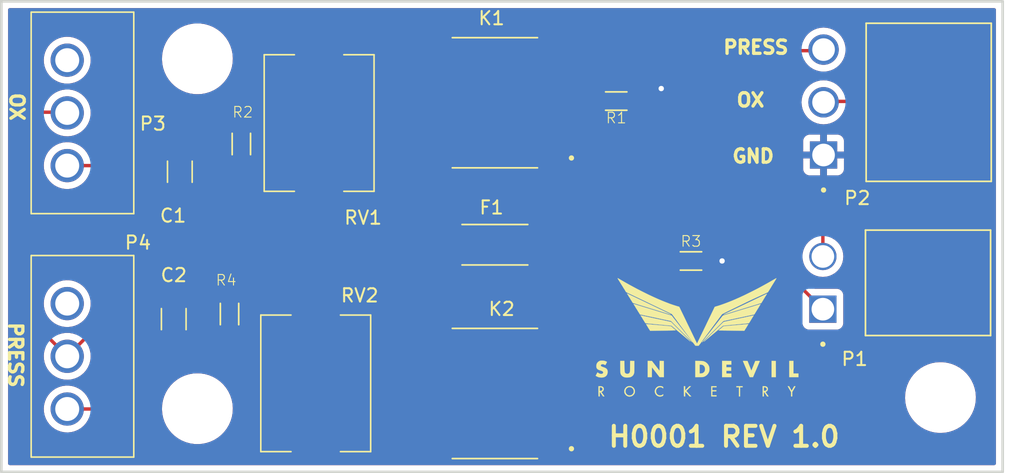
<source format=kicad_pcb>
(kicad_pcb (version 20211014) (generator pcbnew)
  (layers (0 "F.Cu" signal) (31 "B.Cu" signal) (34 "B.Paste" user) (35 "F.Paste" user) (36 "B.SilkS" user "B.Silkscreen") (37 "F.SilkS" user "F.Silkscreen") (38 "B.Mask" user) (39 "F.Mask" user) (44 "Edge.Cuts" user))
  (net 0 "")
  (net 1 "Net-(C1-Pad1)")
  (net 2 "Net-(C1-Pad2)")
  (net 3 "Net-(C2-Pad1)")
  (net 4 "Net-(C2-Pad2)")
  (net 5 "Net-(F1-Pad1)")
  (net 6 "AC_HOT")
  (net 8 "PRESS")
  (net 10 "Net-(K1-Pad4)")
  (net 12 "AC_NEU")
  (net 14 "OX")
  (net 16 "Net-(K2-Pad4)")
  (net 18 "Earth")
  (footprint "H0001-Solenoid-Driver:Logo" (layer "F.Cu") (at 145.225557 89.754605)
    (fp_text reference "LOGO1" hide)
    (fp_text value "Logo" hide)
  )
  (footprint "H0001-Solenoid-Driver:PV275K4032R2" (layer "F.Cu") (at 116.586 93.472 90)
    (fp_text reference "RV2" (at 6.604 3.302 180) (layer "F.SilkS"))
    (fp_text value "275V" hide)
    (pad "1" smd rect (at -4.4285 0 90) (size 1.8542 3.048) (layers "F.Cu" "F.Paste" "F.Mask") (net 3 "Net-(C2-Pad1)"))
    (pad "2" smd rect (at 4.4285 0 90) (size 1.8542 3.048) (layers "F.Cu" "F.Paste" "F.Mask") (net 12 "AC_NEU"))
  )
  (footprint "H0001-Solenoid-Driver:RES_0603" (layer "F.Cu") (at 139.164 72.263 180)
    (fp_text reference "R1" (at 0 -1.27) (layer "F.SilkS") (effects (font (size 0.8 0.8) (thickness 0.0762))))
    (fp_text value "180")
    (pad "1" smd rect (at -0.79 0 180) (size 0.94 1.02) (layers "F.Cu" "F.Paste" "F.Mask") (net 18 "Earth"))
    (pad "2" smd rect (at 0.79 0 180) (size 0.94 1.02) (layers "F.Cu" "F.Paste" "F.Mask") (net 10 "Net-(K1-Pad4)"))
  )
  (footprint "H0001-Solenoid-Driver:TE_647676-2" (layer "F.Cu") (at 154.6897 87.9001 90)
    (fp_text reference "P1" (at -3.7431 2.3839 180) (layer "F.SilkS"))
    (fp_text value "647676-2")
    (pad "1" thru_hole rect (at 0 0 90) (size 2.05 2.05) (drill 1.7) (layers *.Cu *.Mask) (net 12 "AC_NEU"))
    (pad "2" thru_hole circle (at 3.96 0 90) (size 2.05 2.05) (drill 1.7) (layers *.Cu *.Mask) (net 5 "Net-(F1-Pad1)"))
  )
  (footprint "H0001-Solenoid-Driver:CAP_1206" (layer "F.Cu") (at 106.3752 77.5716 90)
    (fp_text reference "C1" (at -3.302 -0.508) (layer "F.SilkS"))
    (fp_text value "0.1uF" hide)
    (pad "1" smd rect (at -1.527801 0 90) (size 0.8556 1.6) (layers "F.Cu" "F.Paste" "F.Mask") (net 1 "Net-(C1-Pad1)"))
    (pad "2" smd rect (at 1.527801 0 90) (size 0.8556 1.6) (layers "F.Cu" "F.Paste" "F.Mask") (net 2 "Net-(C1-Pad2)"))
  )
  (footprint "H0001-Solenoid-Driver:353130360" (layer "F.Cu") (at 97.915 91.44 90)
    (fp_text reference "P4" (at 8.5344 5.3106 180) (layer "F.SilkS"))
    (fp_text value "647676-3")
    (pad "1" thru_hole circle (at -3.96 0 90) (size 2.5 2.5) (drill 1.8) (layers *.Cu *.Mask) (net 3 "Net-(C2-Pad1)"))
    (pad "2" thru_hole circle (at 0 0 90) (size 2.5 2.5) (drill 1.8) (layers *.Cu *.Mask) (net 6 "AC_HOT"))
    (pad "3" thru_hole circle (at 3.96 0 90) (size 2.5 2.5) (drill 1.8) (layers *.Cu *.Mask))
  )
  (footprint "H0001-Solenoid-Driver:353130360" (layer "F.Cu") (at 97.915 73.152 90)
    (fp_text reference "P3" (at -0.8128 6.4282 180) (layer "F.SilkS"))
    (fp_text value "647676-3")
    (pad "1" thru_hole circle (at -3.96 0 90) (size 2.5 2.5) (drill 1.8) (layers *.Cu *.Mask) (net 1 "Net-(C1-Pad1)"))
    (pad "2" thru_hole circle (at 0 0 90) (size 2.5 2.5) (drill 1.8) (layers *.Cu *.Mask) (net 6 "AC_HOT"))
    (pad "3" thru_hole circle (at 3.96 0 90) (size 2.5 2.5) (drill 1.8) (layers *.Cu *.Mask))
  )
  (footprint "H0001-Solenoid-Driver:MountingHole_4.3mm_M4_DIN965" (layer "F.Cu") (at 107.696 69.088 90)
    (fp_text reference "H3" hide)
    (fp_text value "Mounting-Hole" hide)
    (pad "" np_thru_hole circle (at 0 0 90) (size 4.3 4.3) (drill 4.3) (layers *.Cu *.Mask))
  )
  (footprint "H0001-Solenoid-Driver:RELAY_AQH0223AX" (layer "F.Cu") (at 130.048 94.234 180)
    (fp_text reference "K2" (at -0.508 6.35) (layer "F.SilkS"))
    (fp_text value "AQH0223AX")
    (pad "1" smd rect (at -4.15 -3.81 180) (size 1.9 1.5) (layers "F.Cu" "F.Paste" "F.Mask"))
    (pad "2" smd rect (at -4.15 -1.27 180) (size 1.9 1.5) (layers "F.Cu" "F.Paste" "F.Mask") (net 14 "OX"))
    (pad "3" smd rect (at -4.15 1.27 180) (size 1.9 1.5) (layers "F.Cu" "F.Paste" "F.Mask"))
    (pad "4" smd rect (at -4.15 3.81 180) (size 1.9 1.5) (layers "F.Cu" "F.Paste" "F.Mask") (net 16 "Net-(K2-Pad4)"))
    (pad "5" smd rect (at 4.15 3.81 180) (size 1.9 1.5) (layers "F.Cu" "F.Paste" "F.Mask"))
    (pad "6" smd rect (at 4.15 1.27 180) (size 1.9 1.5) (layers "F.Cu" "F.Paste" "F.Mask") (net 12 "AC_NEU"))
    (pad "8" smd rect (at 4.15 -3.81 180) (size 1.9 1.5) (layers "F.Cu" "F.Paste" "F.Mask") (net 3 "Net-(C2-Pad1)"))
  )
  (footprint "H0001-Solenoid-Driver:RELAY_AQH0223AX" (layer "F.Cu") (at 130.048 72.39 180)
    (fp_text reference "K1" (at 0.254 6.35) (layer "F.SilkS"))
    (fp_text value "AQH0223AX")
    (pad "1" smd rect (at -4.15 -3.81 180) (size 1.9 1.5) (layers "F.Cu" "F.Paste" "F.Mask"))
    (pad "2" smd rect (at -4.15 -1.27 180) (size 1.9 1.5) (layers "F.Cu" "F.Paste" "F.Mask") (net 8 "PRESS"))
    (pad "3" smd rect (at -4.15 1.27 180) (size 1.9 1.5) (layers "F.Cu" "F.Paste" "F.Mask"))
    (pad "4" smd rect (at -4.15 3.81 180) (size 1.9 1.5) (layers "F.Cu" "F.Paste" "F.Mask") (net 10 "Net-(K1-Pad4)"))
    (pad "5" smd rect (at 4.15 3.81 180) (size 1.9 1.5) (layers "F.Cu" "F.Paste" "F.Mask"))
    (pad "6" smd rect (at 4.15 1.27 180) (size 1.9 1.5) (layers "F.Cu" "F.Paste" "F.Mask") (net 12 "AC_NEU"))
    (pad "8" smd rect (at 4.15 -3.81 180) (size 1.9 1.5) (layers "F.Cu" "F.Paste" "F.Mask") (net 1 "Net-(C1-Pad1)"))
  )
  (footprint "H0001-Solenoid-Driver:PV275K4032R2" (layer "F.Cu") (at 116.84 73.914 90)
    (fp_text reference "RV1" (at -7.112 3.302 180) (layer "F.SilkS"))
    (fp_text value "275V" hide)
    (pad "1" smd rect (at -4.4285 0 90) (size 1.8542 3.048) (layers "F.Cu" "F.Paste" "F.Mask") (net 1 "Net-(C1-Pad1)"))
    (pad "2" smd rect (at 4.4285 0 90) (size 1.8542 3.048) (layers "F.Cu" "F.Paste" "F.Mask") (net 12 "AC_NEU"))
  )
  (footprint "H0001-Solenoid-Driver:647676-3" (layer "F.Cu") (at 154.7405 76.3165 90)
    (fp_text reference "P2" (at -3.2363 2.5363 180) (layer "F.SilkS"))
    (fp_text value "647676-3")
    (pad "1" thru_hole rect (at 0 0 90) (size 2.05 2.05) (drill 1.7) (layers *.Cu *.Mask) (net 18 "Earth"))
    (pad "2" thru_hole circle (at 3.96 0 90) (size 2.286 2.286) (drill 1.7) (layers *.Cu *.Mask) (net 14 "OX"))
    (pad "3" thru_hole circle (at 7.92 0 90) (size 2.286 2.286) (drill 1.7) (layers *.Cu *.Mask) (net 8 "PRESS"))
  )
  (footprint "H0001-Solenoid-Driver:FUSC9830X318N" (layer "F.Cu") (at 130.048 83.058 180)
    (fp_text reference "F1" (at 0.254 2.794) (layer "F.SilkS") (effects (font (size 0.9906 0.9906))))
    (fp_text value "0678L9100-02")
    (pad "1" smd rect (at -4.047 0 180) (size 2.62 3.2) (layers "F.Cu" "F.Paste" "F.Mask") (net 5 "Net-(F1-Pad1)"))
    (pad "2" smd rect (at 4.047 0 180) (size 2.62 3.2) (layers "F.Cu" "F.Paste" "F.Mask") (net 6 "AC_HOT"))
  )
  (footprint "H0001-Solenoid-Driver:RES_0603" (layer "F.Cu") (at 144.78 84.2772 180)
    (fp_text reference "R3" (at 0 1.4732) (layer "F.SilkS") (effects (font (size 0.8 0.8) (thickness 0.0762))))
    (fp_text value "180")
    (pad "1" smd rect (at -0.79 0 180) (size 0.94 1.02) (layers "F.Cu" "F.Paste" "F.Mask") (net 18 "Earth"))
    (pad "2" smd rect (at 0.79 0 180) (size 0.94 1.02) (layers "F.Cu" "F.Paste" "F.Mask") (net 16 "Net-(K2-Pad4)"))
  )
  (footprint "H0001-Solenoid-Driver:RES_0603" (layer "F.Cu") (at 110.109 88.265 -90)
    (fp_text reference "R4" (at -2.54 0.254 180) (layer "F.SilkS") (effects (font (size 0.8 0.8) (thickness 0.0762))))
    (fp_text value "100")
    (pad "1" smd rect (at -0.79 0 270) (size 0.94 1.02) (layers "F.Cu" "F.Paste" "F.Mask") (net 12 "AC_NEU"))
    (pad "2" smd rect (at 0.79 0 270) (size 0.94 1.02) (layers "F.Cu" "F.Paste" "F.Mask") (net 4 "Net-(C2-Pad2)"))
  )
  (footprint "H0001-Solenoid-Driver:CAP_1206" (layer "F.Cu") (at 105.918 88.646 -90)
    (fp_text reference "C2" (at -3.302 0 180) (layer "F.SilkS"))
    (fp_text value "0.1uF" hide)
    (pad "1" smd rect (at -1.527801 0 270) (size 0.8556 1.6) (layers "F.Cu" "F.Paste" "F.Mask") (net 3 "Net-(C2-Pad1)"))
    (pad "2" smd rect (at 1.527801 0 270) (size 0.8556 1.6) (layers "F.Cu" "F.Paste" "F.Mask") (net 4 "Net-(C2-Pad2)"))
  )
  (footprint "H0001-Solenoid-Driver:MountingHole_4.3mm_M4_DIN965" (layer "F.Cu") (at 163.5252 94.5388)
    (fp_text reference "H1" hide)
    (fp_text value "Mounting-Hole" hide)
    (pad "" np_thru_hole circle (at 0 0) (size 4.3 4.3) (drill 4.3) (layers *.Cu *.Mask))
  )
  (footprint "H0001-Solenoid-Driver:RES_0603" (layer "F.Cu") (at 110.998 75.4888 -90)
    (fp_text reference "R2" (at -2.3876 -0.1016 180) (layer "F.SilkS") (effects (font (size 0.8 0.8) (thickness 0.0762))))
    (fp_text value "100")
    (pad "1" smd rect (at -0.79 0 270) (size 0.94 1.02) (layers "F.Cu" "F.Paste" "F.Mask") (net 12 "AC_NEU"))
    (pad "2" smd rect (at 0.79 0 270) (size 0.94 1.02) (layers "F.Cu" "F.Paste" "F.Mask") (net 2 "Net-(C1-Pad2)"))
  )
  (footprint "H0001-Solenoid-Driver:MountingHole_4.3mm_M4_DIN965" (layer "F.Cu") (at 107.696 95.377)
    (fp_text reference "H2" hide)
    (fp_text value "Mounting-Hole" hide)
    (pad "" np_thru_hole circle (at 0 0) (size 4.3 4.3) (drill 4.3) (layers *.Cu *.Mask))
  )
  (gr_rect (start 92.964 64.77) (end 168.1988 100.1268) (layer "Edge.Cuts") (width 0.2) (fill none))
  (gr_text "PRESS" (at 94.0308 91.3384 270) (layer "F.SilkS") (effects (font (size 1 1) (thickness 0.25))))
  (gr_text "OX" (at 94.1324 72.6948 270) (layer "F.SilkS") (effects (font (size 1 1) (thickness 0.25))))
  (gr_text "PRESS" (at 149.6568 68.2244) (layer "F.SilkS") (effects (font (size 1 1) (thickness 0.25))))
  (gr_text "GND\n" (at 149.4536 76.4032) (layer "F.SilkS") (effects (font (size 1 1) (thickness 0.25))))
  (gr_text "H0001 REV 1.0" (at 147.2692 97.4852) (layer "F.SilkS") (effects (font (size 1.5 1.5) (thickness 0.3))))
  (gr_text "OX" (at 149.2504 72.1868) (layer "F.SilkS") (effects (font (size 1 1) (thickness 0.25))))
  (segment (start 103.0732 78.994) (end 103.124 79.0448) (width 0.254) (layer "F.Cu") (net 1))
  (segment (start 122.8344 76.2508) (end 125.984 76.2508) (width 0.254) (layer "F.Cu") (net 1))
  (segment (start 120.7427 78.3425) (end 122.5804 76.5048) (width 0.254) (layer "F.Cu") (net 1))
  (segment (start 103.124 79.0448) (end 106.3244 79.0448) (width 0.254) (layer "F.Cu") (net 1))
  (segment (start 111.552999 79.099401) (end 112.268 78.3844) (width 0.254) (layer "F.Cu") (net 1))
  (segment (start 122.5804 76.5048) (end 122.8344 76.2508) (width 0.254) (layer "F.Cu") (net 1))
  (segment (start 106.3752 79.099401) (end 111.552999 79.099401) (width 0.254) (layer "F.Cu") (net 1))
  (segment (start 97.915 77.112) (end 101.1912 77.112) (width 0.254) (layer "F.Cu") (net 1))
  (segment (start 112.268 78.3844) (end 116.586 78.3844) (width 0.254) (layer "F.Cu") (net 1))
  (segment (start 101.1912 77.112) (end 103.0732 78.994) (width 0.254) (layer "F.Cu") (net 1))
  (segment (start 116.84 78.3425) (end 120.7427 78.3425) (width 0.254) (layer "F.Cu") (net 1))
  (segment (start 106.3752 76.043799) (end 110.841799 76.043799) (width 0.254) (layer "F.Cu") (net 2))
  (segment (start 103.3272 92.3544) (end 103.3272 88.6968) (width 0.254) (layer "F.Cu") (net 3))
  (segment (start 116.586 97.9005) (end 125.5357 97.9005) (width 0.254) (layer "F.Cu") (net 3))
  (segment (start 103.3272 88.6968) (end 104.8512 87.1728) (width 0.254) (layer "F.Cu") (net 3))
  (segment (start 104.8512 87.1728) (end 105.3084 87.1728) (width 0.254) (layer "F.Cu") (net 3))
  (segment (start 100.2816 95.4) (end 103.3272 92.3544) (width 0.254) (layer "F.Cu") (net 3))
  (segment (start 97.915 95.4) (end 100.2816 95.4) (width 0.254) (layer "F.Cu") (net 3))
  (segment (start 107.387399 90.173801) (end 108.3564 89.2048) (width 0.254) (layer "F.Cu") (net 4))
  (segment (start 108.3564 89.2048) (end 110.0328 89.2048) (width 0.254) (layer "F.Cu") (net 4))
  (segment (start 105.918 90.173801) (end 107.387399 90.173801) (width 0.254) (layer "F.Cu") (net 4))
  (segment (start 153.5176 79.7052) (end 137.7188 79.7052) (width 0.254) (layer "F.Cu") (net 5))
  (segment (start 137.16 79.7052) (end 134.112 82.7532) (width 0.254) (layer "F.Cu") (net 5))
  (segment (start 137.7188 79.7052) (end 137.16 79.7052) (width 0.254) (layer "F.Cu") (net 5))
  (segment (start 154.6897 83.9401) (end 154.6897 80.8773) (width 0.254) (layer "F.Cu") (net 5))
  (segment (start 134.0612 82.7532) (end 134.0104 82.804) (width 0.254) (layer "F.Cu") (net 5))
  (segment (start 154.6897 80.8773) (end 153.5176 79.7052) (width 0.254) (layer "F.Cu") (net 5))
  (segment (start 97.915 91.44) (end 105.4334 83.9216) (width 0.254) (layer "F.Cu") (net 6))
  (segment (start 95.7072 73.1012) (end 97.9424 73.1012) (width 0.254) (layer "F.Cu") (net 6))
  (segment (start 95.1992 75.2856) (end 95.1992 73.6092) (width 0.254) (layer "F.Cu") (net 6))
  (segment (start 97.915 91.44) (end 95.1992 88.7242) (width 0.254) (layer "F.Cu") (net 6))
  (segment (start 95.1992 73.6092) (end 95.7072 73.1012) (width 0.254) (layer "F.Cu") (net 6))
  (segment (start 110.5408 83.9216) (end 125.73 83.9216) (width 0.254) (layer "F.Cu") (net 6))
  (segment (start 95.1992 88.7242) (end 95.1992 75.2856) (width 0.254) (layer "F.Cu") (net 6))
  (segment (start 105.4334 83.9216) (end 110.5408 83.9216) (width 0.254) (layer "F.Cu") (net 6))
  (segment (start 137.3632 73.66) (end 138.5824 74.8792) (width 0.254) (layer "F.Cu") (net 8))
  (segment (start 134.198 73.66) (end 137.3632 73.66) (width 0.254) (layer "F.Cu") (net 8))
  (segment (start 148.6408 68.8848) (end 149.0472 68.4784) (width 0.254) (layer "F.Cu") (net 8))
  (segment (start 142.6464 74.8792) (end 148.6408 68.8848) (width 0.254) (layer "F.Cu") (net 8))
  (segment (start 149.0472 68.4784) (end 154.7876 68.4784) (width 0.254) (layer "F.Cu") (net 8))
  (segment (start 138.5824 74.8792) (end 141.5288 74.8792) (width 0.254) (layer "F.Cu") (net 8))
  (segment (start 141.5288 74.8792) (end 141.6812 74.8792) (width 0.254) (layer "F.Cu") (net 8))
  (segment (start 141.6812 74.8792) (end 142.6464 74.8792) (width 0.254) (layer "F.Cu") (net 8))
  (segment (start 137.16 68.7324) (end 137.0584 68.6308) (width 0.254) (layer "F.Cu") (net 10))
  (segment (start 138.374 72.263) (end 138.374 69.9464) (width 0.254) (layer "F.Cu") (net 10))
  (segment (start 137.0584 68.6308) (end 134.4168 68.6308) (width 0.254) (layer "F.Cu") (net 10))
  (segment (start 138.374 69.9464) (end 137.16 68.7324) (width 0.254) (layer "F.Cu") (net 10))
  (segment (start 119.7775 89.0435) (end 123.19 92.456) (width 0.254) (layer "F.Cu") (net 12))
  (segment (start 135.9916 87.884) (end 132.588 87.884) (width 0.254) (layer "F.Cu") (net 12))
  (segment (start 116.586 86.868) (end 117.2972 86.1568) (width 0.254) (layer "F.Cu") (net 12))
  (segment (start 142.4432 81.4324) (end 138.6332 85.2424) (width 0.254) (layer "F.Cu") (net 12))
  (segment (start 130.0988 84.3788) (end 130.0988 72.5932) (width 0.254) (layer "F.Cu") (net 12))
  (segment (start 116.586 89.0435) (end 116.586 86.868) (width 0.254) (layer "F.Cu") (net 12))
  (segment (start 121.7079 69.4855) (end 123.444 71.2216) (width 0.254) (layer "F.Cu") (net 12))
  (segment (start 123.444 71.2216) (end 123.4948 71.2724) (width 0.254) (layer "F.Cu") (net 12))
  (segment (start 116.586 89.0435) (end 119.7775 89.0435) (width 0.254) (layer "F.Cu") (net 12))
  (segment (start 116.84 69.4855) (end 121.3523 69.4855) (width 0.254) (layer "F.Cu") (net 12))
  (segment (start 123.4948 71.2724) (end 126.0348 71.2724) (width 0.254) (layer "F.Cu") (net 12))
  (segment (start 114.399 87.475) (end 115.316 88.392) (width 0.254) (layer "F.Cu") (net 12))
  (segment (start 131.2164 87.884) (end 126.1872 92.9132) (width 0.254) (layer "F.Cu") (net 12))
  (segment (start 148.222 81.4324) (end 142.4432 81.4324) (width 0.254) (layer "F.Cu") (net 12))
  (segment (start 130.0988 72.5932) (end 128.5748 71.0692) (width 0.254) (layer "F.Cu") (net 12))
  (segment (start 138.6332 85.2424) (end 135.9916 87.884) (width 0.254) (layer "F.Cu") (net 12))
  (segment (start 110.109 87.475) (end 114.399 87.475) (width 0.254) (layer "F.Cu") (net 12))
  (segment (start 128.3208 86.1568) (end 130.0988 84.3788) (width 0.254) (layer "F.Cu") (net 12))
  (segment (start 123.3932 92.6592) (end 125.984 92.6592) (width 0.254) (layer "F.Cu") (net 12))
  (segment (start 128.5748 71.0692) (end 126.1872 71.0692) (width 0.254) (layer "F.Cu") (net 12))
  (segment (start 110.998 74.6988) (end 114.328 74.6988) (width 0.254) (layer "F.Cu") (net 12))
  (segment (start 116.84 72.1868) (end 116.84 69.6468) (width 0.254) (layer "F.Cu") (net 12))
  (segment (start 117.2972 86.1568) (end 128.3208 86.1568) (width 0.254) (layer "F.Cu") (net 12))
  (segment (start 116.7384 72.2884) (end 116.84 72.1868) (width 0.254) (layer "F.Cu") (net 12))
  (segment (start 154.6897 87.9001) (end 148.222 81.4324) (width 0.254) (layer "F.Cu") (net 12))
  (segment (start 121.3523 69.4855) (end 121.7079 69.4855) (width 0.254) (layer "F.Cu") (net 12))
  (segment (start 123.19 92.456) (end 123.3932 92.6592) (width 0.254) (layer "F.Cu") (net 12))
  (segment (start 114.328 74.6988) (end 116.7384 72.2884) (width 0.254) (layer "F.Cu") (net 12))
  (segment (start 132.588 87.884) (end 131.2164 87.884) (width 0.254) (layer "F.Cu") (net 12))
  (segment (start 159.4612 74.168) (end 157.6832 72.39) (width 0.254) (layer "F.Cu") (net 14))
  (segment (start 157.6832 72.39) (end 157.5816 72.2884) (width 0.254) (layer "F.Cu") (net 14))
  (segment (start 159.4612 91.7448) (end 159.4612 74.168) (width 0.254) (layer "F.Cu") (net 14))
  (segment (start 134.198 95.504) (end 155.702 95.504) (width 0.254) (layer "F.Cu") (net 14))
  (segment (start 155.702 95.504) (end 159.4612 91.7448) (width 0.254) (layer "F.Cu") (net 14))
  (segment (start 157.5816 72.2884) (end 154.5844 72.2884) (width 0.254) (layer "F.Cu") (net 14))
  (segment (start 134.198 90.424) (end 140.2588 90.424) (width 0.254) (layer "F.Cu") (net 16))
  (segment (start 140.2588 90.424) (end 143.9672 86.7156) (width 0.254) (layer "F.Cu") (net 16))
  (segment (start 143.9672 86.7156) (end 143.9672 84.1756) (width 0.254) (layer "F.Cu") (net 16))
  (segment (start 145.57 84.2772) (end 147.1168 84.2772) (width 0.254) (layer "F.Cu") (net 18))
  (segment (start 141.605 72.263) (end 142.5448 71.3232) (width 0.254) (layer "F.Cu") (net 18))
  (segment (start 139.954 72.263) (end 141.605 72.263) (width 0.254) (layer "F.Cu") (net 18))
  (via (at 147.1168 84.2772) (size 0.8) (drill 0.4) (layers "F.Cu" "B.Cu") (net 18))
  (via (at 142.5448 71.3232) (size 0.8) (drill 0.4) (layers "F.Cu" "B.Cu") (net 18))
  (zone (net 18) (net_name "Earth") (layers F&B.Cu) (connect_pads (clearance 0.508)) (min_thickness 0.254) (fill yes (thermal_gap 0.508) (thermal_bridge_width 0.508))
    (polygon (pts (xy 168.2496 99.9744) (xy 93.0656 100.076) (xy 92.9132 64.8716) (xy 167.9448 64.8716)))
  )
)
</source>
